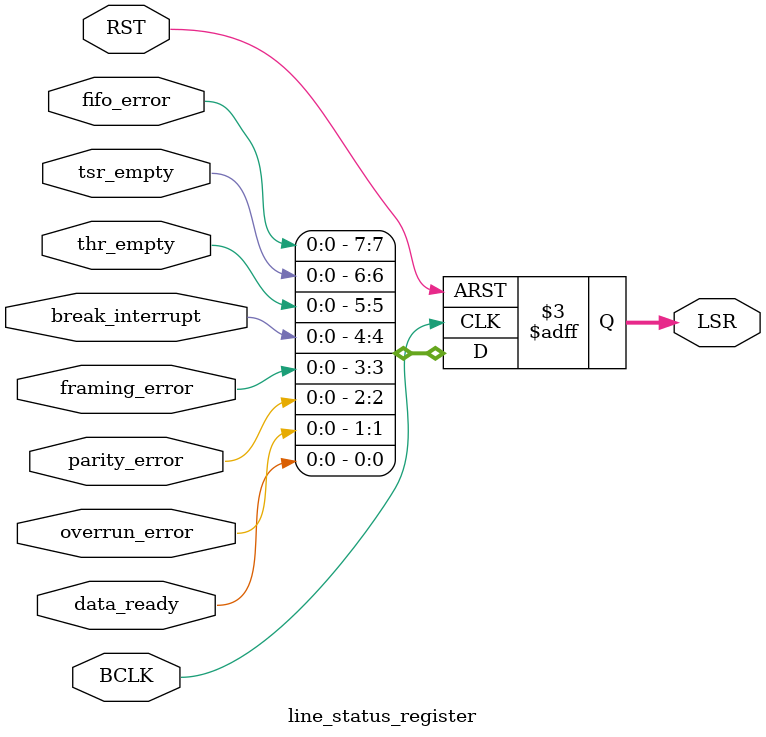
<source format=v>
module line_status_register (
    input wire BCLK,
    input wire RST,
    input wire data_ready,         // Indicates if there is data in the RBR (Receiver Buffer Register)
    input wire overrun_error,      // Indicates buffer error (data overwrite)
    input wire parity_error,       // Indicates parity error
    input wire framing_error,      // Indicates framing error
    input wire break_interrupt,    // Indicates detection of a "break" signal
    input wire thr_empty,          // Indicates THR is empty
    input wire tsr_empty,          // Indicates TSR is empty
    input wire fifo_error,         // Indicates FIFO reception error
    output reg [7:0] LSR           // Line Status Register
);

localparam LSR_DEFAULT = 8'b01100000;

initial begin
    LSR = LSR_DEFAULT;
end

always @(posedge BCLK or posedge RST) begin
    if (RST) begin
        LSR <= LSR_DEFAULT; // Initialize with THRE=1 and TEMT=1
    end else begin
        LSR[0] <= data_ready;           // Data Ready: Indicates that data is available
        LSR[1] <= overrun_error;        // Overrun Error: Buffer overrun error
        LSR[2] <= parity_error;         // Parity Error: Parity error
        LSR[3] <= framing_error;        // Framing Error: Framing error
        LSR[4] <= break_interrupt;      // Break Interrupt: Interrupt by "break"
        LSR[5] <= thr_empty;            // Transmitter Holding Register Empty: THR is empty
        LSR[6] <= tsr_empty;            // Transmitter Shift Register Empty: TSR is empty
        LSR[7] <= fifo_error;           // FIFO Error: FIFO error
    end
end

endmodule

</source>
